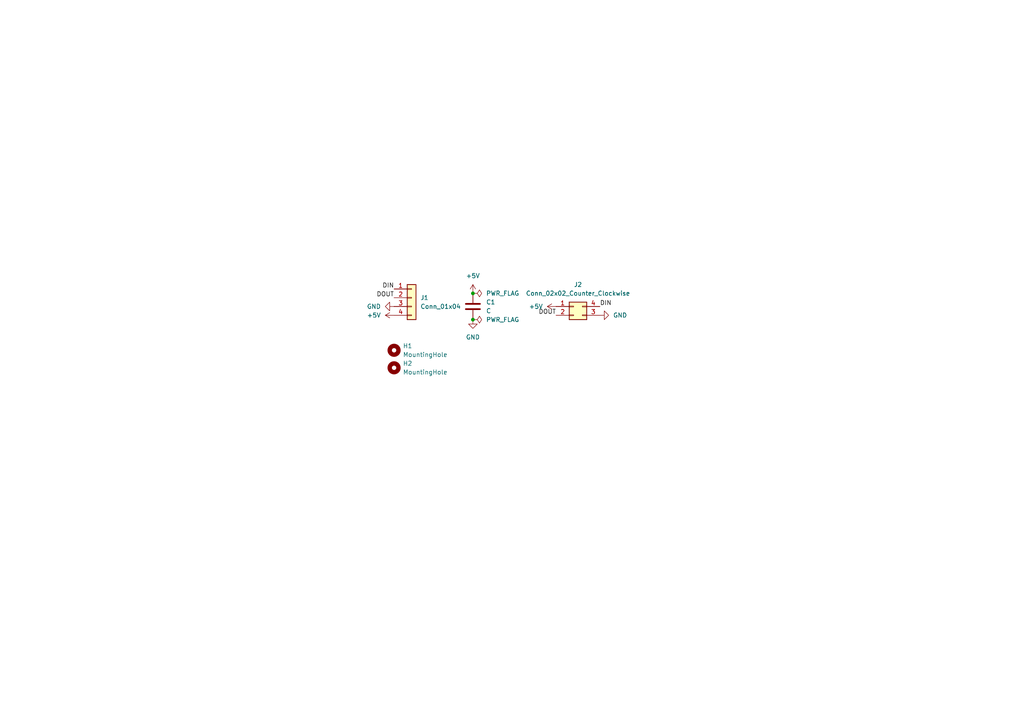
<source format=kicad_sch>
(kicad_sch (version 20211123) (generator eeschema)
  (paper "A4")
  (lib_symbols
    (symbol "Connector_Generic:Conn_01x04" (pin_names (offset 1.016) hide)
      (property "Reference" "J" (at 0 5.08 0))
      (property "Value" "Conn_01x04" (at 0 -7.62 0))
      (symbol "Conn_01x04_1_1"
        (rectangle (start -1.27 -4.953) (end 0 -5.207) (stroke (width 0.1524)))
        (rectangle (start -1.27 -2.413) (end 0 -2.667) (stroke (width 0.1524)))
        (rectangle (start -1.27 0.127) (end 0 -0.127) (stroke (width 0.1524)))
        (rectangle (start -1.27 2.667) (end 0 2.413) (stroke (width 0.1524)))
        (rectangle (start -1.27 3.81) (end 1.27 -6.35) (stroke (width 0.254)) (fill (type background)))
        (pin passive line (at -5.08 2.54 0) (length 3.81) (name "Pin_1") (number "1"))
        (pin passive line (at -5.08 0 0) (length 3.81) (name "Pin_2") (number "2"))
        (pin passive line (at -5.08 -2.54 0) (length 3.81) (name "Pin_3") (number "3"))
        (pin passive line (at -5.08 -5.08 0) (length 3.81) (name "Pin_4") (number "4"))
      )
    )
    (symbol "Connector_Generic:Conn_02x02_Counter_Clockwise" (pin_names (offset 1.016) hide)
      (property "Reference" "J" (at 1.27 2.54 0))
      (property "Value" "Conn_02x02_Counter_Clockwise" (at 1.27 -5.08 0))
      (symbol "Conn_02x02_Counter_Clockwise_1_1"
        (rectangle (start -1.27 -2.413) (end 0 -2.667) (stroke (width 0.1524)))
        (rectangle (start -1.27 0.127) (end 0 -0.127) (stroke (width 0.1524)))
        (rectangle (start -1.27 1.27) (end 3.81 -3.81) (stroke (width 0.254)) (fill (type background)))
        (rectangle (start 3.81 -2.413) (end 2.54 -2.667) (stroke (width 0.1524)))
        (rectangle (start 3.81 0.127) (end 2.54 -0.127) (stroke (width 0.1524)))
        (pin passive line (at -5.08 0 0) (length 3.81) (name "Pin_1") (number "1"))
        (pin passive line (at -5.08 -2.54 0) (length 3.81) (name "Pin_2") (number "2"))
        (pin passive line (at 7.62 -2.54 180) (length 3.81) (name "Pin_3") (number "3"))
        (pin passive line (at 7.62 0 180) (length 3.81) (name "Pin_4") (number "4"))
      )
    )
    (symbol "Device:C" (pin_numbers hide) (pin_names (offset 0.254))
      (property "Reference" "C" (at 0.635 2.54 0))
      (property "Value" "C" (at 0.635 -2.54 0))
      (symbol "C_0_1"
        (polyline (pts (xy -2.032 -0.762) (xy 2.032 -0.762)) (stroke (width 0.508)))
        (polyline (pts (xy -2.032 0.762) (xy 2.032 0.762)) (stroke (width 0.508)))
      )
      (symbol "C_1_1"
        (pin passive line (at 0 3.81 270) (length 2.794) (name "~") (number "1"))
        (pin passive line (at 0 -3.81 90) (length 2.794) (name "~") (number "2"))
      )
    )
    (symbol "Mechanical:MountingHole" (pin_names (offset 1.016))
      (property "Reference" "H" (at 0 5.08 0))
      (property "Value" "MountingHole" (at 0 3.175 0))
      (symbol "MountingHole_0_1"
        (circle (center 0 0) (radius 1.27) (stroke (width 1.27)))
      )
    )
    (symbol "power:+5V" (power) (pin_names (offset 0))
      (property "Value" "+5V" (at 0 3.556 0))
      (symbol "+5V_0_1"
        (polyline (pts (xy -0.762 1.27) (xy 0 2.54)))
        (polyline (pts (xy 0 0) (xy 0 2.54)))
        (polyline (pts (xy 0 2.54) (xy 0.762 1.27)))
      )
      (symbol "+5V_1_1"
        (pin power_in line (at 0 0 90) (length 0) hide (name "+5V") (number "1"))
      )
    )
    (symbol "power:GND" (power) (pin_names (offset 0))
      (property "Value" "GND" (at 0 -3.81 0))
      (symbol "GND_0_1"
        (polyline (pts (xy 0 0) (xy 0 -1.27) (xy 1.27 -1.27) (xy 0 -2.54) (xy -1.27 -1.27) (xy 0 -1.27)))
      )
      (symbol "GND_1_1"
        (pin power_in line (at 0 0 270) (length 0) hide (name "GND") (number "1"))
      )
    )
    (symbol "power:PWR_FLAG" (power) (pin_numbers hide) (pin_names (offset 0) hide)
      (property "Value" "PWR_FLAG" (at 0 3.81 0))
      (symbol "PWR_FLAG_0_0"
        (pin power_out line (at 0 0 90) (length 0) (name "pwr") (number "1"))
      )
      (symbol "PWR_FLAG_0_1"
        (polyline (pts (xy 0 0) (xy 0 1.27) (xy -1.016 1.905) (xy 0 2.54) (xy 1.016 1.905) (xy 0 1.27)))
      )
    )
  )
  (junction (at 137.16 85.09))
  (junction (at 137.16 92.71))
  (label "DOUT" (at 161.29 91.44 180))
  (label "DOUT" (at 114.3 86.36 180))
  (label "DIN" (at 173.99 88.9 0))
  (label "DIN" (at 114.3 83.82 180))
  (symbol (lib_id "power:GND") (at 173.99 91.44 90) (unit 1)
    (property "Reference" "#PWR06" (effects hide))
    (property "Value" "GND" (at 177.8 91.4399 90) (effects (justify right)))
  )
  (symbol (lib_id "power:PWR_FLAG") (at 137.16 85.09 270) (unit 1)
    (property "Reference" "#FLG01" (effects hide))
    (property "Value" "PWR_FLAG" (at 140.97 85.0899 90) (effects (justify left)))
  )
  (symbol (lib_id "power:GND") (at 114.3 88.9 270) (unit 1)
    (property "Reference" "#PWR01" (effects hide))
    (property "Value" "GND" (at 110.49 88.8999 90) (effects (justify right)))
  )
  (symbol (lib_id "power:+5V") (at 137.16 85.09 0) (unit 1)
    (property "Reference" "#PWR03" (effects hide))
    (property "Value" "+5V" (at 137.16 80.01 0))
  )
  (symbol (lib_id "power:PWR_FLAG") (at 137.16 92.71 270) (unit 1)
    (property "Reference" "#FLG02" (effects hide))
    (property "Value" "PWR_FLAG" (at 140.97 92.71 90) (effects (justify left)))
  )
  (symbol (lib_id "power:+5V") (at 161.29 88.9 90) (unit 1)
    (property "Reference" "#PWR05" (effects hide))
    (property "Value" "+5V" (at 157.48 88.8999 90) (effects (justify left)))
  )
  (symbol (lib_id "Connector_Generic:Conn_01x04") (at 119.38 86.36 0) (unit 1)
    (property "Reference" "J1" (at 121.92 86.3599 0) (effects (justify left)))
    (property "Value" "Conn_01x04" (at 121.92 88.8999 0) (effects (justify left)))
    (property "Footprint" "LED-module:JST_S4B-ZR_LF__SN_" (effects hide))
  )
  (symbol (lib_id "Connector_Generic:Conn_02x02_Counter_Clockwise") (at 166.37 88.9 0) (unit 1)
    (property "Reference" "J2" (at 167.64 82.55 0))
    (property "Value" "Conn_02x02_Counter_Clockwise" (at 167.64 85.09 0))
    (property "Footprint" "LED-module:LED_2758_ADA" (effects hide))
  )
  (symbol (lib_id "power:+5V") (at 114.3 91.44 90) (unit 1)
    (property "Reference" "#PWR02" (effects hide))
    (property "Value" "+5V" (at 110.49 91.4399 90) (effects (justify left)))
  )
  (symbol (lib_id "Device:C") (at 137.16 88.9 0) (unit 1)
    (property "Reference" "C1" (at 140.97 87.6299 0) (effects (justify left)))
    (property "Value" "C" (at 140.97 90.1699 0) (effects (justify left)))
    (property "Footprint" "Capacitor_SMD:C_0603_1608Metric_Pad1.08x0.95mm_HandSolder" (effects hide))
  )
  (symbol (lib_id "Mechanical:MountingHole") (at 114.3 101.6 0) (unit 1)
    (property "Reference" "H1" (at 116.84 100.3299 0) (effects (justify left)))
    (property "Value" "MountingHole" (at 116.84 102.8699 0) (effects (justify left)))
    (property "Footprint" "MountingHole:MountingHole_3.2mm_M3_ISO7380_Pad" (effects hide))
  )
  (symbol (lib_id "power:GND") (at 137.16 92.71 0) (unit 1)
    (property "Reference" "#PWR04" (effects hide))
    (property "Value" "GND" (at 137.16 97.79 0))
  )
  (symbol (lib_id "Mechanical:MountingHole") (at 114.3 106.68 0) (unit 1)
    (property "Reference" "H2" (at 116.84 105.4099 0) (effects (justify left)))
    (property "Value" "MountingHole" (at 116.84 107.9499 0) (effects (justify left)))
    (property "Footprint" "MountingHole:MountingHole_3.2mm_M3_ISO7380_Pad" (effects hide))
  )
)
</source>
